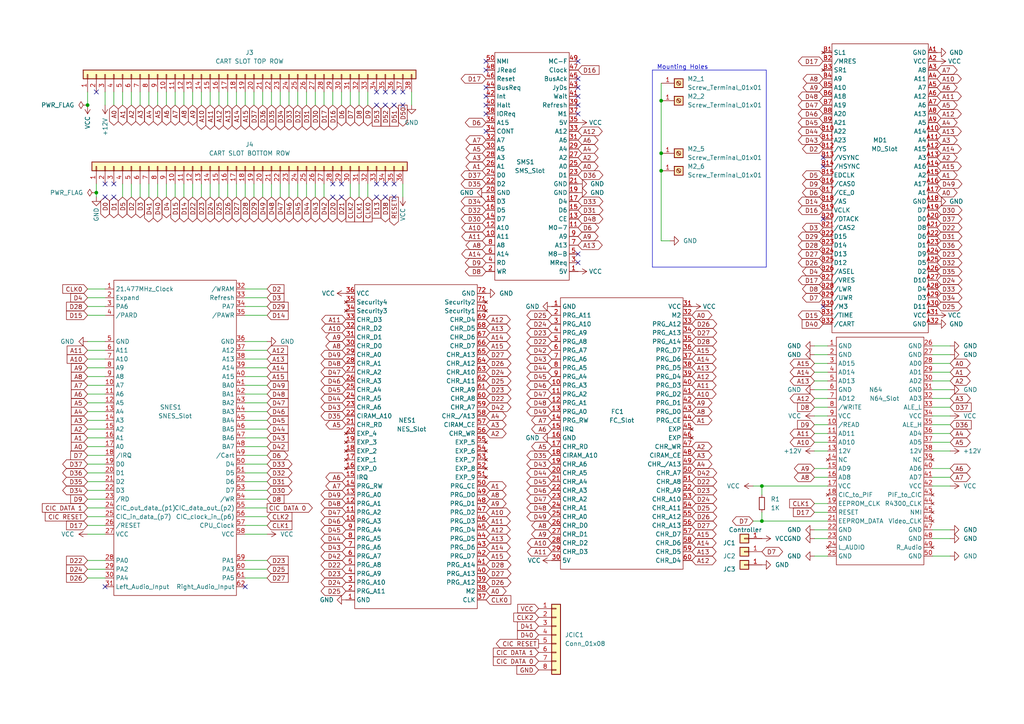
<source format=kicad_sch>
(kicad_sch (version 20231120) (generator "eeschema") (generator_version "8.0")
  (paper "A4")
  (title_block (title "SIX-SLOT ADAPTER") (date "2023-08-04") (rev "4"))
  (junction (at 191.77 49.53))
  (junction (at 27.94 55.88))
  (junction (at 191.77 29.21))
  (junction (at 220.98 151.13))
  (junction (at 191.77 44.45))
  (junction (at 220.98 140.97))
  (junction (at 25.4 30.48))
  (no_connect (at 167.64 27.94))
  (no_connect (at 167.64 22.86))
  (no_connect (at 109.22 57.15))
  (no_connect (at 99.06 57.15))
  (no_connect (at 96.52 57.15))
  (no_connect (at 111.76 57.15))
  (no_connect (at 114.3 57.15))
  (no_connect (at 167.64 17.78))
  (no_connect (at 140.97 38.1))
  (no_connect (at 140.97 33.02))
  (no_connect (at 140.97 25.4))
  (no_connect (at 167.64 25.4))
  (no_connect (at 96.52 53.34))
  (no_connect (at 99.06 53.34))
  (no_connect (at 109.22 53.34))
  (no_connect (at 111.76 53.34))
  (no_connect (at 111.76 30.48))
  (no_connect (at 114.3 30.48))
  (no_connect (at 116.84 30.48))
  (no_connect (at 114.3 53.34))
  (no_connect (at 109.22 26.67))
  (no_connect (at 111.76 26.67))
  (no_connect (at 114.3 26.67))
  (no_connect (at 116.84 26.67))
  (no_connect (at 109.22 30.48))
  (no_connect (at 140.97 30.48))
  (no_connect (at 140.97 27.94))
  (no_connect (at 167.64 73.66))
  (no_connect (at 33.02 53.34))
  (no_connect (at 30.48 53.34))
  (no_connect (at 27.94 26.67))
  (no_connect (at 33.02 57.15))
  (no_connect (at 30.48 57.15))
  (no_connect (at 140.97 20.32))
  (no_connect (at 238.76 63.5))
  (no_connect (at 167.64 33.02))
  (no_connect (at 140.97 17.78))
  (no_connect (at 238.76 88.9))
  (no_connect (at 238.76 45.72))
  (no_connect (at 71.12 170.18))
  (no_connect (at 167.64 30.48))
  (no_connect (at 30.48 170.18))
  (no_connect (at 238.76 48.26))
  (no_connect (at 167.64 76.2))
  (wire (pts (xy 40.64 53.34) (xy 40.64 57.15)))
  (wire (pts (xy 48.26 53.34) (xy 48.26 57.15)))
  (wire (pts (xy 236.22 115.57) (xy 240.03 115.57)))
  (wire (pts (xy 236.22 148.59) (xy 240.03 148.59)))
  (wire (pts (xy 101.6 26.67) (xy 101.6 30.48)))
  (wire (pts (xy 83.82 26.67) (xy 83.82 30.48)))
  (wire (pts (xy 25.4 165.1) (xy 30.48 165.1)))
  (wire (pts (xy 68.58 26.67) (xy 68.58 30.48)))
  (wire (pts (xy 25.4 149.86) (xy 30.48 149.86)))
  (wire (pts (xy 71.12 154.94) (xy 77.47 154.94)))
  (wire (pts (xy 270.51 156.21) (xy 275.59 156.21)))
  (wire (pts (xy 71.12 121.92) (xy 77.47 121.92)))
  (wire (pts (xy 236.22 113.03) (xy 240.03 113.03)))
  (wire (pts (xy 73.66 53.34) (xy 73.66 57.15)))
  (wire (pts (xy 43.18 53.34) (xy 43.18 57.15)))
  (wire (pts (xy 270.51 128.27) (xy 275.59 128.27)))
  (wire (pts (xy 71.12 106.68) (xy 77.47 106.68)))
  (wire (pts (xy 270.51 105.41) (xy 275.59 105.41)))
  (wire (pts (xy 236.22 120.65) (xy 240.03 120.65)))
  (wire (pts (xy 99.06 26.67) (xy 99.06 30.48)))
  (wire (pts (xy 71.12 124.46) (xy 77.47 124.46)))
  (wire (pts (xy 71.12 167.64) (xy 77.47 167.64)))
  (wire (pts (xy 25.4 147.32) (xy 30.48 147.32)))
  (wire (pts (xy 25.4 109.22) (xy 30.48 109.22)))
  (wire (pts (xy 33.02 26.67) (xy 33.02 30.48)))
  (wire (pts (xy 71.12 116.84) (xy 77.47 116.84)))
  (wire (pts (xy 66.04 26.67) (xy 66.04 30.48)))
  (wire (pts (xy 236.22 138.43) (xy 240.03 138.43)))
  (wire (pts (xy 63.5 26.67) (xy 63.5 30.48)))
  (wire (pts (xy 236.22 100.33) (xy 240.03 100.33)))
  (wire (pts (xy 45.72 53.34) (xy 45.72 57.15)))
  (wire (pts (xy 71.12 83.82) (xy 77.47 83.82)))
  (wire (pts (xy 71.12 53.34) (xy 71.12 57.15)))
  (wire (pts (xy 25.4 116.84) (xy 30.48 116.84)))
  (wire (pts (xy 106.68 53.34) (xy 106.68 57.15)))
  (wire (pts (xy 71.12 137.16) (xy 77.47 137.16)))
  (wire (pts (xy 25.4 88.9) (xy 30.48 88.9)))
  (wire (pts (xy 71.12 109.22) (xy 77.47 109.22)))
  (wire (pts (xy 101.6 53.34) (xy 101.6 57.15)))
  (wire (pts (xy 25.4 167.64) (xy 30.48 167.64)))
  (wire (pts (xy 63.5 53.34) (xy 63.5 57.15)))
  (polyline (pts (xy 189.23 20.32) (xy 189.23 77.47)))
  (wire (pts (xy 55.88 26.67) (xy 55.88 30.48)))
  (wire (pts (xy 236.22 130.81) (xy 240.03 130.81)))
  (wire (pts (xy 218.44 140.97) (xy 220.98 140.97)))
  (wire (pts (xy 71.12 88.9) (xy 77.47 88.9)))
  (wire (pts (xy 38.1 26.67) (xy 38.1 30.48)))
  (wire (pts (xy 236.22 135.89) (xy 240.03 135.89)))
  (wire (pts (xy 25.4 152.4) (xy 30.48 152.4)))
  (wire (pts (xy 25.4 91.44) (xy 30.48 91.44)))
  (wire (pts (xy 35.56 53.34) (xy 35.56 57.15)))
  (wire (pts (xy 191.77 69.85) (xy 194.31 69.85)))
  (wire (pts (xy 25.4 124.46) (xy 30.48 124.46)))
  (wire (pts (xy 96.52 26.67) (xy 96.52 30.48)))
  (wire (pts (xy 25.4 142.24) (xy 30.48 142.24)))
  (wire (pts (xy 71.12 127) (xy 77.47 127)))
  (wire (pts (xy 25.4 111.76) (xy 30.48 111.76)))
  (wire (pts (xy 35.56 26.67) (xy 35.56 30.48)))
  (polyline (pts (xy 222.25 77.47) (xy 189.23 77.47)))
  (wire (pts (xy 220.98 151.13) (xy 240.03 151.13)))
  (wire (pts (xy 30.48 26.67) (xy 30.48 30.48)))
  (wire (pts (xy 71.12 104.14) (xy 77.47 104.14)))
  (wire (pts (xy 73.66 26.67) (xy 73.66 30.48)))
  (wire (pts (xy 71.12 132.08) (xy 77.47 132.08)))
  (wire (pts (xy 88.9 53.34) (xy 88.9 57.15)))
  (wire (pts (xy 60.96 26.67) (xy 60.96 30.48)))
  (wire (pts (xy 25.4 99.06) (xy 30.48 99.06)))
  (wire (pts (xy 71.12 26.67) (xy 71.12 30.48)))
  (wire (pts (xy 81.28 53.34) (xy 81.28 57.15)))
  (wire (pts (xy 25.4 127) (xy 30.48 127)))
  (wire (pts (xy 43.18 26.67) (xy 43.18 30.48)))
  (wire (pts (xy 191.77 24.13) (xy 191.77 29.21)))
  (wire (pts (xy 91.44 26.67) (xy 91.44 30.48)))
  (wire (pts (xy 25.4 106.68) (xy 30.48 106.68)))
  (wire (pts (xy 25.4 26.67) (xy 25.4 30.48)))
  (wire (pts (xy 86.36 26.67) (xy 86.36 30.48)))
  (wire (pts (xy 270.51 140.97) (xy 275.59 140.97)))
  (wire (pts (xy 71.12 165.1) (xy 77.47 165.1)))
  (wire (pts (xy 191.77 29.21) (xy 191.77 44.45)))
  (wire (pts (xy 191.77 44.45) (xy 191.77 49.53)))
  (wire (pts (xy 25.4 129.54) (xy 30.48 129.54)))
  (wire (pts (xy 86.36 53.34) (xy 86.36 57.15)))
  (wire (pts (xy 68.58 53.34) (xy 68.58 57.15)))
  (wire (pts (xy 25.4 114.3) (xy 30.48 114.3)))
  (wire (pts (xy 55.88 53.34) (xy 55.88 57.15)))
  (wire (pts (xy 220.98 148.59) (xy 220.98 151.13)))
  (wire (pts (xy 25.4 162.56) (xy 30.48 162.56)))
  (wire (pts (xy 58.42 26.67) (xy 58.42 30.48)))
  (wire (pts (xy 78.74 26.67) (xy 78.74 30.48)))
  (wire (pts (xy 104.14 26.67) (xy 104.14 30.48)))
  (wire (pts (xy 71.12 91.44) (xy 77.47 91.44)))
  (wire (pts (xy 270.51 138.43) (xy 275.59 138.43)))
  (wire (pts (xy 220.98 140.97) (xy 240.03 140.97)))
  (wire (pts (xy 71.12 139.7) (xy 77.47 139.7)))
  (wire (pts (xy 270.51 118.11) (xy 275.59 118.11)))
  (wire (pts (xy 270.51 120.65) (xy 275.59 120.65)))
  (wire (pts (xy 71.12 142.24) (xy 77.47 142.24)))
  (wire (pts (xy 38.1 53.34) (xy 38.1 57.15)))
  (wire (pts (xy 71.12 134.62) (xy 77.47 134.62)))
  (wire (pts (xy 220.98 140.97) (xy 220.98 143.51)))
  (wire (pts (xy 25.4 137.16) (xy 30.48 137.16)))
  (wire (pts (xy 71.12 162.56) (xy 77.47 162.56)))
  (wire (pts (xy 236.22 156.21) (xy 240.03 156.21)))
  (wire (pts (xy 25.4 154.94) (xy 30.48 154.94)))
  (wire (pts (xy 270.51 107.95) (xy 275.59 107.95)))
  (wire (pts (xy 58.42 53.34) (xy 58.42 57.15)))
  (wire (pts (xy 45.72 26.67) (xy 45.72 30.48)))
  (wire (pts (xy 25.4 83.82) (xy 30.48 83.82)))
  (wire (pts (xy 236.22 102.87) (xy 240.03 102.87)))
  (wire (pts (xy 236.22 110.49) (xy 240.03 110.49)))
  (wire (pts (xy 25.4 104.14) (xy 30.48 104.14)))
  (wire (pts (xy 270.51 102.87) (xy 275.59 102.87)))
  (wire (pts (xy 270.51 123.19) (xy 275.59 123.19)))
  (wire (pts (xy 270.51 135.89) (xy 275.59 135.89)))
  (wire (pts (xy 25.4 101.6) (xy 30.48 101.6)))
  (wire (pts (xy 71.12 99.06) (xy 77.47 99.06)))
  (wire (pts (xy 40.64 26.67) (xy 40.64 30.48)))
  (wire (pts (xy 270.51 113.03) (xy 275.59 113.03)))
  (wire (pts (xy 104.14 53.34) (xy 104.14 57.15)))
  (wire (pts (xy 270.51 110.49) (xy 275.59 110.49)))
  (wire (pts (xy 93.98 26.67) (xy 93.98 30.48)))
  (wire (pts (xy 236.22 153.67) (xy 240.03 153.67)))
  (wire (pts (xy 50.8 26.67) (xy 50.8 30.48)))
  (wire (pts (xy 270.51 115.57) (xy 275.59 115.57)))
  (wire (pts (xy 83.82 53.34) (xy 83.82 57.15)))
  (wire (pts (xy 236.22 161.29) (xy 240.03 161.29)))
  (wire (pts (xy 71.12 111.76) (xy 77.47 111.76)))
  (wire (pts (xy 53.34 53.34) (xy 53.34 57.15)))
  (wire (pts (xy 236.22 123.19) (xy 240.03 123.19)))
  (wire (pts (xy 71.12 129.54) (xy 77.47 129.54)))
  (wire (pts (xy 236.22 105.41) (xy 240.03 105.41)))
  (wire (pts (xy 71.12 149.86) (xy 77.47 149.86)))
  (wire (pts (xy 119.38 26.67) (xy 119.38 30.48)))
  (wire (pts (xy 66.04 53.34) (xy 66.04 57.15)))
  (wire (pts (xy 106.68 26.67) (xy 106.68 30.48)))
  (wire (pts (xy 53.34 26.67) (xy 53.34 30.48)))
  (wire (pts (xy 48.26 26.67) (xy 48.26 30.48)))
  (wire (pts (xy 76.2 53.34) (xy 76.2 57.15)))
  (wire (pts (xy 76.2 26.67) (xy 76.2 30.48)))
  (wire (pts (xy 270.51 100.33) (xy 275.59 100.33)))
  (wire (pts (xy 71.12 147.32) (xy 77.47 147.32)))
  (wire (pts (xy 191.77 49.53) (xy 191.77 69.85)))
  (wire (pts (xy 25.4 86.36) (xy 30.48 86.36)))
  (wire (pts (xy 78.74 53.34) (xy 78.74 57.15)))
  (wire (pts (xy 236.22 146.05) (xy 240.03 146.05)))
  (wire (pts (xy 60.96 53.34) (xy 60.96 57.15)))
  (wire (pts (xy 116.84 53.34) (xy 116.84 57.15)))
  (wire (pts (xy 236.22 107.95) (xy 240.03 107.95)))
  (wire (pts (xy 71.12 86.36) (xy 77.47 86.36)))
  (wire (pts (xy 71.12 119.38) (xy 77.47 119.38)))
  (wire (pts (xy 25.4 119.38) (xy 30.48 119.38)))
  (wire (pts (xy 81.28 26.67) (xy 81.28 30.48)))
  (wire (pts (xy 71.12 152.4) (xy 77.47 152.4)))
  (wire (pts (xy 25.4 139.7) (xy 30.48 139.7)))
  (wire (pts (xy 88.9 26.67) (xy 88.9 30.48)))
  (wire (pts (xy 27.94 53.34) (xy 27.94 55.88)))
  (polyline (pts (xy 222.25 20.32) (xy 222.25 77.47)))
  (wire (pts (xy 270.51 153.67) (xy 275.59 153.67)))
  (wire (pts (xy 91.44 53.34) (xy 91.44 57.15)))
  (wire (pts (xy 71.12 101.6) (xy 77.47 101.6)))
  (wire (pts (xy 236.22 125.73) (xy 240.03 125.73)))
  (wire (pts (xy 218.44 151.13) (xy 220.98 151.13)))
  (wire (pts (xy 27.94 55.88) (xy 27.94 57.15)))
  (polyline (pts (xy 189.23 20.32) (xy 222.25 20.32)))
  (wire (pts (xy 270.51 161.29) (xy 275.59 161.29)))
  (wire (pts (xy 93.98 53.34) (xy 93.98 57.15)))
  (wire (pts (xy 236.22 128.27) (xy 240.03 128.27)))
  (wire (pts (xy 236.22 118.11) (xy 240.03 118.11)))
  (wire (pts (xy 25.4 132.08) (xy 30.48 132.08)))
  (wire (pts (xy 270.51 130.81) (xy 275.59 130.81)))
  (wire (pts (xy 50.8 53.34) (xy 50.8 57.15)))
  (wire (pts (xy 71.12 114.3) (xy 77.47 114.3)))
  (wire (pts (xy 25.4 121.92) (xy 30.48 121.92)))
  (wire (pts (xy 270.51 125.73) (xy 275.59 125.73)))
  (wire (pts (xy 25.4 134.62) (xy 30.48 134.62)))
  (wire (pts (xy 25.4 144.78) (xy 30.48 144.78)))
  (wire (pts (xy 71.12 144.78) (xy 77.47 144.78)))
  (text "Mounting Holes" (at 190.5 20.32 0) (effects (font (size 1.27 1.27)) (justify left bottom)))
  (global_label "D8" (shape input) (at 236.22 118.11 180) (property "Intersheetrefs" "${INTERSHEET_REFS}" (effects (hide yes))))
  (global_label "D45" (shape bidirectional) (at 160.02 139.7 180) (property "Intersheetrefs" "${INTERSHEET_REFS}" (effects (hide yes))))
  (global_label "A6" (shape bidirectional) (at 275.59 135.89 0) (property "Intersheetrefs" "${INTERSHEET_REFS}" (effects (hide yes))))
  (global_label "D49" (shape bidirectional) (at 271.78 53.34 0) (property "Intersheetrefs" "${INTERSHEET_REFS}" (effects (hide yes))))
  (global_label "A10" (shape bidirectional) (at 236.22 128.27 180) (property "Intersheetrefs" "${INTERSHEET_REFS}" (effects (hide yes))))
  (global_label "A11" (shape input) (at 25.4 101.6 180) (property "Intersheetrefs" "${INTERSHEET_REFS}" (effects (hide yes))))
  (global_label "A6" (shape bidirectional) (at 48.26 30.48 270) (property "Intersheetrefs" "${INTERSHEET_REFS}" (effects (hide yes))))
  (global_label "D37" (shape bidirectional) (at 140.97 50.8 180) (property "Intersheetrefs" "${INTERSHEET_REFS}" (effects (hide yes))))
  (global_label "D47" (shape bidirectional) (at 160.02 114.3 180) (property "Intersheetrefs" "${INTERSHEET_REFS}" (effects (hide yes))))
  (global_label "A9" (shape input) (at 25.4 106.68 180) (property "Intersheetrefs" "${INTERSHEET_REFS}" (effects (hide yes))))
  (global_label "D47" (shape bidirectional) (at 160.02 144.78 180) (property "Intersheetrefs" "${INTERSHEET_REFS}" (effects (hide yes))))
  (global_label "D29" (shape bidirectional) (at 238.76 68.58 180) (property "Intersheetrefs" "${INTERSHEET_REFS}" (effects (hide yes))))
  (global_label "D44" (shape bidirectional) (at 160.02 137.16 180) (property "Intersheetrefs" "${INTERSHEET_REFS}" (effects (hide yes))))
  (global_label "D51" (shape input) (at 114.3 30.48 270) (property "Intersheetrefs" "${INTERSHEET_REFS}" (effects (hide yes))))
  (global_label "D29" (shape bidirectional) (at 73.66 57.15 270) (property "Intersheetrefs" "${INTERSHEET_REFS}" (effects (hide yes))))
  (global_label "D22" (shape bidirectional) (at 200.66 139.7 0) (property "Intersheetrefs" "${INTERSHEET_REFS}" (effects (hide yes))))
  (global_label "D33" (shape bidirectional) (at 271.78 83.82 0) (property "Intersheetrefs" "${INTERSHEET_REFS}" (effects (hide yes))))
  (global_label "A3" (shape bidirectional) (at 271.78 40.64 0) (property "Intersheetrefs" "${INTERSHEET_REFS}" (effects (hide yes))))
  (global_label "A15" (shape bidirectional) (at 140.97 161.29 0) (property "Intersheetrefs" "${INTERSHEET_REFS}" (effects (hide yes))))
  (global_label "A9" (shape bidirectional) (at 55.88 30.48 270) (property "Intersheetrefs" "${INTERSHEET_REFS}" (effects (hide yes))))
  (global_label "A11" (shape bidirectional) (at 200.66 111.76 0) (property "Intersheetrefs" "${INTERSHEET_REFS}" (effects (hide yes))))
  (global_label "D31" (shape bidirectional) (at 88.9 30.48 270) (property "Intersheetrefs" "${INTERSHEET_REFS}" (effects (hide yes))))
  (global_label "D9" (shape bidirectional) (at 140.97 76.2 180) (property "Intersheetrefs" "${INTERSHEET_REFS}" (effects (hide yes))))
  (global_label "D24" (shape bidirectional) (at 60.96 57.15 270) (property "Intersheetrefs" "${INTERSHEET_REFS}" (effects (hide yes))))
  (global_label "D47" (shape bidirectional) (at 100.33 148.59 180) (property "Intersheetrefs" "${INTERSHEET_REFS}" (effects (hide yes))))
  (global_label "A9" (shape bidirectional) (at 100.33 97.79 180) (property "Intersheetrefs" "${INTERSHEET_REFS}" (effects (hide yes))))
  (global_label "D27" (shape bidirectional) (at 200.66 152.4 0) (property "Intersheetrefs" "${INTERSHEET_REFS}" (effects (hide yes))))
  (global_label "D46" (shape bidirectional) (at 100.33 151.13 180) (property "Intersheetrefs" "${INTERSHEET_REFS}" (effects (hide yes))))
  (global_label "D33" (shape bidirectional) (at 167.64 58.42 0) (property "Intersheetrefs" "${INTERSHEET_REFS}" (effects (hide yes))))
  (global_label "D42" (shape bidirectional) (at 100.33 161.29 180) (property "Intersheetrefs" "${INTERSHEET_REFS}" (effects (hide yes))))
  (global_label "A12" (shape bidirectional) (at 271.78 33.02 0) (property "Intersheetrefs" "${INTERSHEET_REFS}" (effects (hide yes))))
  (global_label "A1" (shape bidirectional) (at 271.78 50.8 0) (property "Intersheetrefs" "${INTERSHEET_REFS}" (effects (hide yes))))
  (global_label "CIC RESET" (shape input) (at 25.4 149.86 180) (property "Intersheetrefs" "${INTERSHEET_REFS}" (effects (hide yes))))
  (global_label "D50" (shape output) (at 116.84 30.48 270) (property "Intersheetrefs" "${INTERSHEET_REFS}" (effects (hide yes))))
  (global_label "D17" (shape bidirectional) (at 93.98 30.48 270) (property "Intersheetrefs" "${INTERSHEET_REFS}" (effects (hide yes))))
  (global_label "D34" (shape bidirectional) (at 81.28 30.48 270) (property "Intersheetrefs" "${INTERSHEET_REFS}" (effects (hide yes))))
  (global_label "A11" (shape bidirectional) (at 60.96 30.48 270) (property "Intersheetrefs" "${INTERSHEET_REFS}" (effects (hide yes))))
  (global_label "A9" (shape bidirectional) (at 200.66 116.84 0) (property "Intersheetrefs" "${INTERSHEET_REFS}" (effects (hide yes))))
  (global_label "A14" (shape bidirectional) (at 236.22 107.95 180) (property "Intersheetrefs" "${INTERSHEET_REFS}" (effects (hide yes))))
  (global_label "A8" (shape bidirectional) (at 140.97 71.12 180) (property "Intersheetrefs" "${INTERSHEET_REFS}" (effects (hide yes))))
  (global_label "D46" (shape bidirectional) (at 83.82 57.15 270) (property "Intersheetrefs" "${INTERSHEET_REFS}" (effects (hide yes))))
  (global_label "A14" (shape bidirectional) (at 200.66 104.14 0) (property "Intersheetrefs" "${INTERSHEET_REFS}" (effects (hide yes))))
  (global_label "D25" (shape bidirectional) (at 63.5 57.15 270) (property "Intersheetrefs" "${INTERSHEET_REFS}" (effects (hide yes))))
  (global_label "A10" (shape bidirectional) (at 160.02 157.48 180) (property "Intersheetrefs" "${INTERSHEET_REFS}" (effects (hide yes))))
  (global_label "D34" (shape bidirectional) (at 140.97 58.42 180) (property "Intersheetrefs" "${INTERSHEET_REFS}" (effects (hide yes))))
  (global_label "D27" (shape input) (at 77.47 167.64 0) (property "Intersheetrefs" "${INTERSHEET_REFS}" (effects (hide yes))))
  (global_label "D24" (shape bidirectional) (at 200.66 144.78 0) (property "Intersheetrefs" "${INTERSHEET_REFS}" (effects (hide yes))))
  (global_label "CLK1" (shape input) (at 104.14 57.15 270) (property "Intersheetrefs" "${INTERSHEET_REFS}" (effects (hide yes))))
  (global_label "A5" (shape bidirectional) (at 45.72 30.48 270) (property "Intersheetrefs" "${INTERSHEET_REFS}" (effects (hide yes))))
  (global_label "A9" (shape bidirectional) (at 140.97 146.05 0) (property "Intersheetrefs" "${INTERSHEET_REFS}" (effects (hide yes))))
  (global_label "D48" (shape bidirectional) (at 167.64 63.5 0) (property "Intersheetrefs" "${INTERSHEET_REFS}" (effects (hide yes))))
  (global_label "D35" (shape bidirectional) (at 140.97 53.34 180) (property "Intersheetrefs" "${INTERSHEET_REFS}" (effects (hide yes))))
  (global_label "D23" (shape bidirectional) (at 200.66 142.24 0) (property "Intersheetrefs" "${INTERSHEET_REFS}" (effects (hide yes))))
  (global_label "A4" (shape bidirectional) (at 140.97 120.65 0) (property "Intersheetrefs" "${INTERSHEET_REFS}" (effects (hide yes))))
  (global_label "D48" (shape bidirectional) (at 160.02 147.32 180) (property "Intersheetrefs" "${INTERSHEET_REFS}" (effects (hide yes))))
  (global_label "D49" (shape bidirectional) (at 76.2 57.15 270) (property "Intersheetrefs" "${INTERSHEET_REFS}" (effects (hide yes))))
  (global_label "D26" (shape input) (at 25.4 167.64 180) (property "Intersheetrefs" "${INTERSHEET_REFS}" (effects (hide yes))))
  (global_label "A8" (shape input) (at 25.4 109.22 180) (property "Intersheetrefs" "${INTERSHEET_REFS}" (effects (hide yes))))
  (global_label "D7" (shape bidirectional) (at 101.6 30.48 270) (property "Intersheetrefs" "${INTERSHEET_REFS}" (effects (hide yes))))
  (global_label "D17" (shape input) (at 25.4 152.4 180) (property "Intersheetrefs" "${INTERSHEET_REFS}" (effects (hide yes))))
  (global_label "A15" (shape bidirectional) (at 271.78 48.26 0) (property "Intersheetrefs" "${INTERSHEET_REFS}" (effects (hide yes))))
  (global_label "D29" (shape input) (at 77.47 88.9 0) (property "Intersheetrefs" "${INTERSHEET_REFS}" (effects (hide yes))))
  (global_label "CIC RESET" (shape output) (at 156.21 186.69 180) (property "Intersheetrefs" "${INTERSHEET_REFS}" (effects (hide yes))))
  (global_label "A2" (shape input) (at 25.4 124.46 180) (property "Intersheetrefs" "${INTERSHEET_REFS}" (effects (hide yes))))
  (global_label "D6" (shape bidirectional) (at 77.47 132.08 0) (property "Intersheetrefs" "${INTERSHEET_REFS}" (effects (hide yes))))
  (global_label "CIC DATA 0" (shape input) (at 156.21 191.77 180) (property "Intersheetrefs" "${INTERSHEET_REFS}" (effects (hide yes))))
  (global_label "A8" (shape bidirectional) (at 238.76 22.86 180) (property "Intersheetrefs" "${INTERSHEET_REFS}" (effects (hide yes))))
  (global_label "A3" (shape input) (at 25.4 121.92 180) (property "Intersheetrefs" "${INTERSHEET_REFS}" (effects (hide yes))))
  (global_label "CIC DATA 1" (shape input) (at 156.21 189.23 180) (property "Intersheetrefs" "${INTERSHEET_REFS}" (effects (hide yes))))
  (global_label "A6" (shape bidirectional) (at 167.64 40.64 0) (property "Intersheetrefs" "${INTERSHEET_REFS}" (effects (hide yes))))
  (global_label "D7" (shape bidirectional) (at 218.44 151.13 180) (property "Intersheetrefs" "${INTERSHEET_REFS}" (effects (hide yes))))
  (global_label "A6" (shape bidirectional) (at 160.02 124.46 180) (property "Intersheetrefs" "${INTERSHEET_REFS}" (effects (hide yes))))
  (global_label "D30" (shape bidirectional) (at 271.78 60.96 0) (property "Intersheetrefs" "${INTERSHEET_REFS}" (effects (hide yes))))
  (global_label "D2" (shape input) (at 77.47 83.82 0) (property "Intersheetrefs" "${INTERSHEET_REFS}" (effects (hide yes))))
  (global_label "A0" (shape bidirectional) (at 200.66 91.44 0) (property "Intersheetrefs" "${INTERSHEET_REFS}" (effects (hide yes))))
  (global_label "VCC" (shape input) (at 156.21 176.53 180) (property "Intersheetrefs" "${INTERSHEET_REFS}" (effects (hide yes))))
  (global_label "D49" (shape bidirectional) (at 160.02 119.38 180) (property "Intersheetrefs" "${INTERSHEET_REFS}" (effects (hide yes))))
  (global_label "D23" (shape bidirectional) (at 100.33 166.37 180) (property "Intersheetrefs" "${INTERSHEET_REFS}" (effects (hide yes))))
  (global_label "D16" (shape bidirectional) (at 96.52 30.48 270) (property "Intersheetrefs" "${INTERSHEET_REFS}" (effects (hide yes))))
  (global_label "D33" (shape bidirectional) (at 83.82 30.48 270) (property "Intersheetrefs" "${INTERSHEET_REFS}" (effects (hide yes))))
  (global_label "A12" (shape bidirectional) (at 63.5 30.48 270) (property "Intersheetrefs" "${INTERSHEET_REFS}" (effects (hide yes))))
  (global_label "CIC DATA 1" (shape input) (at 25.4 147.32 180) (property "Intersheetrefs" "${INTERSHEET_REFS}" (effects (hide yes))))
  (global_label "D36" (shape input) (at 275.59 123.19 0) (property "Intersheetrefs" "${INTERSHEET_REFS}" (effects (hide yes))))
  (global_label "D43" (shape bidirectional) (at 238.76 40.64 180) (property "Intersheetrefs" "${INTERSHEET_REFS}" (effects (hide yes))))
  (global_label "A13" (shape input) (at 77.47 104.14 0) (property "Intersheetrefs" "${INTERSHEET_REFS}" (effects (hide yes))))
  (global_label "CLK0" (shape input) (at 106.68 57.15 270) (property "Intersheetrefs" "${INTERSHEET_REFS}" (effects (hide yes))))
  (global_label "D9" (shape bidirectional) (at 106.68 30.48 270) (property "Intersheetrefs" "${INTERSHEET_REFS}" (effects (hide yes))))
  (global_label "A10" (shape bidirectional) (at 100.33 95.25 180) (property "Intersheetrefs" "${INTERSHEET_REFS}" (effects (hide yes))))
  (global_label "D22" (shape bidirectional) (at 160.02 99.06 180) (property "Intersheetrefs" "${INTERSHEET_REFS}" (effects (hide yes))))
  (global_label "CLK1" (shape input) (at 77.47 152.4 0) (property "Intersheetrefs" "${INTERSHEET_REFS}" (effects (hide yes))))
  (global_label "A2" (shape bidirectional) (at 275.59 110.49 0) (property "Intersheetrefs" "${INTERSHEET_REFS}" (effects (hide yes))))
  (global_label "D53" (shape input) (at 109.22 30.48 270) (property "Intersheetrefs" "${INTERSHEET_REFS}" (effects (hide yes))))
  (global_label "D38" (shape bidirectional) (at 111.76 57.15 270) (property "Intersheetrefs" "${INTERSHEET_REFS}" (effects (hide yes))))
  (global_label "D31" (shape bidirectional) (at 77.47 139.7 0) (property "Intersheetrefs" "${INTERSHEET_REFS}" (effects (hide yes))))
  (global_label "D34" (shape bidirectional) (at 271.78 86.36 0) (property "Intersheetrefs" "${INTERSHEET_REFS}" (effects (hide yes))))
  (global_label "A7" (shape bidirectional) (at 50.8 30.48 270) (property "Intersheetrefs" "${INTERSHEET_REFS}" (effects (hide yes))))
  (global_label "A5" (shape bidirectional) (at 271.78 30.48 0) (property "Intersheetrefs" "${INTERSHEET_REFS}" (effects (hide yes))))
  (global_label "D52" (shape input) (at 111.76 30.48 270) (property "Intersheetrefs" "${INTERSHEET_REFS}" (effects (hide yes))))
  (global_label "D30" (shape bidirectional) (at 91.44 30.48 270) (property "Intersheetrefs" "${INTERSHEET_REFS}" (effects (hide yes))))
  (global_label "D49" (shape bidirectional) (at 160.02 149.86 180) (property "Intersheetrefs" "${INTERSHEET_REFS}" (effects (hide yes))))
  (global_label "CLK0" (shape input) (at 140.97 173.99 0) (property "Intersheetrefs" "${INTERSHEET_REFS}" (effects (hide yes))))
  (global_label "D16" (shape input) (at 167.64 20.32 0) (property "Intersheetrefs" "${INTERSHEET_REFS}" (effects (hide yes))))
  (global_label "D40" (shape bidirectional) (at 45.72 57.15 270) (property "Intersheetrefs" "${INTERSHEET_REFS}" (effects (hide yes))))
  (global_label "D15" (shape bidirectional) (at 50.8 57.15 270) (property "Intersheetrefs" "${INTERSHEET_REFS}" (effects (hide yes))))
  (global_label "D28" (shape bidirectional) (at 71.12 57.15 270) (property "Intersheetrefs" "${INTERSHEET_REFS}" (effects (hide yes))))
  (global_label "D26" (shape bidirectional) (at 140.97 105.41 0) (property "Intersheetrefs" "${INTERSHEET_REFS}" (effects (hide yes))))
  (global_label "A7" (shape bidirectional) (at 100.33 140.97 180) (property "Intersheetrefs" "${INTERSHEET_REFS}" (effects (hide yes))))
  (global_label "D42" (shape bidirectional) (at 160.02 101.6 180) (property "Intersheetrefs" "${INTERSHEET_REFS}" (effects (hide yes))))
  (global_label "D48" (shape bidirectional) (at 100.33 105.41 180) (property "Intersheetrefs" "${INTERSHEET_REFS}" (effects (hide yes))))
  (global_label "D31" (shape bidirectional) (at 167.64 60.96 0) (property "Intersheetrefs" "${INTERSHEET_REFS}" (effects (hide yes))))
  (global_label "A14" (shape bidirectional) (at 200.66 157.48 0) (property "Intersheetrefs" "${INTERSHEET_REFS}" (effects (hide yes))))
  (global_label "D44" (shape bidirectional) (at 160.02 106.68 180) (property "Intersheetrefs" "${INTERSHEET_REFS}" (effects (hide yes))))
  (global_label "A14" (shape bidirectional) (at 140.97 97.79 0) (property "Intersheetrefs" "${INTERSHEET_REFS}" (effects (hide yes))))
  (global_label "D24" (shape bidirectional) (at 140.97 107.95 0) (property "Intersheetrefs" "${INTERSHEET_REFS}" (effects (hide yes))))
  (global_label "A13" (shape bidirectional) (at 140.97 156.21 0) (property "Intersheetrefs" "${INTERSHEET_REFS}" (effects (hide yes))))
  (global_label "D43" (shape bidirectional) (at 100.33 118.11 180) (property "Intersheetrefs" "${INTERSHEET_REFS}" (effects (hide yes))))
  (global_label "A5" (shape bidirectional) (at 160.02 129.54 180) (property "Intersheetrefs" "${INTERSHEET_REFS}" (effects (hide yes))))
  (global_label "CLK1" (shape input) (at 236.22 146.05 180) (property "Intersheetrefs" "${INTERSHEET_REFS}" (effects (hide yes))))
  (global_label "CLK2" (shape input) (at 156.21 179.07 180) (property "Intersheetrefs" "${INTERSHEET_REFS}" (effects (hide yes))))
  (global_label "A11" (shape bidirectional) (at 236.22 125.73 180) (property "Intersheetrefs" "${INTERSHEET_REFS}" (effects (hide yes))))
  (global_label "A1" (shape bidirectional) (at 35.56 30.48 270) (property "Intersheetrefs" "${INTERSHEET_REFS}" (effects (hide yes))))
  (global_label "A12" (shape bidirectional) (at 140.97 92.71 0) (property "Intersheetrefs" "${INTERSHEET_REFS}" (effects (hide yes))))
  (global_label "D47" (shape bidirectional) (at 81.28 57.15 270) (property "Intersheetrefs" "${INTERSHEET_REFS}" (effects (hide yes))))
  (global_label "A13" (shape bidirectional) (at 200.66 106.68 0) (property "Intersheetrefs" "${INTERSHEET_REFS}" (effects (hide yes))))
  (global_label "A13" (shape bidirectional) (at 66.04 30.48 270) (property "Intersheetrefs" "${INTERSHEET_REFS}" (effects (hide yes))))
  (global_label "GND" (shape input) (at 156.21 194.31 180) (property "Intersheetrefs" "${INTERSHEET_REFS}" (effects (hide yes))))
  (global_label "D27" (shape bidirectional) (at 140.97 166.37 0) (property "Intersheetrefs" "${INTERSHEET_REFS}" (effects (hide yes))))
  (global_label "A3" (shape bidirectional) (at 40.64 30.48 270) (property "Intersheetrefs" "${INTERSHEET_REFS}" (effects (hide yes))))
  (global_label "A10" (shape bidirectional) (at 200.66 114.3 0) (property "Intersheetrefs" "${INTERSHEET_REFS}" (effects (hide yes))))
  (global_label "D40" (shape input) (at 238.76 93.98 180) (property "Intersheetrefs" "${INTERSHEET_REFS}" (effects (hide yes))))
  (global_label "D36" (shape bidirectional) (at 167.64 50.8 0) (property "Intersheetrefs" "${INTERSHEET_REFS}" (effects (hide yes))))
  (global_label "D35" (shape bidirectional) (at 271.78 78.74 0) (property "Intersheetrefs" "${INTERSHEET_REFS}" (effects (hide yes))))
  (global_label "D47" (shape bidirectional) (at 238.76 30.48 180) (property "Intersheetrefs" "${INTERSHEET_REFS}" (effects (hide yes))))
  (global_label "D46" (shape bidirectional) (at 160.02 142.24 180) (property "Intersheetrefs" "${INTERSHEET_REFS}" (effects (hide yes))))
  (global_label "D32" (shape bidirectional) (at 271.78 76.2 0) (property "Intersheetrefs" "${INTERSHEET_REFS}" (effects (hide yes))))
  (global_label "D8" (shape bidirectional) (at 238.76 83.82 180) (property "Intersheetrefs" "${INTERSHEET_REFS}" (effects (hide yes))))
  (global_label "A5" (shape input) (at 25.4 116.84 180) (property "Intersheetrefs" "${INTERSHEET_REFS}" (effects (hide yes))))
  (global_label "D28" (shape bidirectional) (at 238.76 71.12 180) (property "Intersheetrefs" "${INTERSHEET_REFS}" (effects (hide yes))))
  (global_label "A0" (shape input) (at 25.4 129.54 180) (property "Intersheetrefs" "${INTERSHEET_REFS}" (effects (hide yes))))
  (global_label "D15" (shape input) (at 25.4 91.44 180) (property "Intersheetrefs" "${INTERSHEET_REFS}" (effects (hide yes))))
  (global_label "A11" (shape bidirectional) (at 271.78 27.94 0) (property "Intersheetrefs" "${INTERSHEET_REFS}" (effects (hide yes))))
  (global_label "D31" (shape bidirectional) (at 271.78 68.58 0) (property "Intersheetrefs" "${INTERSHEET_REFS}" (effects (hide yes))))
  (global_label "D43" (shape bidirectional) (at 160.02 104.14 180) (property "Intersheetrefs" "${INTERSHEET_REFS}" (effects (hide yes))))
  (global_label "D43" (shape bidirectional) (at 91.44 57.15 270) (property "Intersheetrefs" "${INTERSHEET_REFS}" (effects (hide yes))))
  (global_label "A11" (shape bidirectional) (at 160.02 160.02 180) (property "Intersheetrefs" "${INTERSHEET_REFS}" (effects (hide yes))))
  (global_label "D22" (shape bidirectional) (at 271.78 66.04 0) (property "Intersheetrefs" "${INTERSHEET_REFS}" (effects (hide yes))))
  (global_label "D27" (shape bidirectional) (at 238.76 73.66 180) (property "Intersheetrefs" "${INTERSHEET_REFS}" (effects (hide yes))))
  (global_label "D8" (shape bidirectional) (at 104.14 30.48 270) (property "Intersheetrefs" "${INTERSHEET_REFS}" (effects (hide yes))))
  (global_label "A4" (shape bidirectional) (at 271.78 35.56 0) (property "Intersheetrefs" "${INTERSHEET_REFS}" (effects (hide yes))))
  (global_label "D36" (shape bidirectional) (at 76.2 30.48 270) (property "Intersheetrefs" "${INTERSHEET_REFS}" (effects (hide yes))))
  (global_label "D27" (shape bidirectional) (at 200.66 96.52 0) (property "Intersheetrefs" "${INTERSHEET_REFS}" (effects (hide yes))))
  (global_label "A13" (shape bidirectional) (at 140.97 95.25 0) (property "Intersheetrefs" "${INTERSHEET_REFS}" (effects (hide yes))))
  (global_label "D25" (shape bidirectional) (at 140.97 110.49 0) (property "Intersheetrefs" "${INTERSHEET_REFS}" (effects (hide yes))))
  (global_label "D28" (shape input) (at 25.4 88.9 180) (property "Intersheetrefs" "${INTERSHEET_REFS}" (effects (hide yes))))
  (global_label "D4" (shape input) (at 25.4 86.36 180) (property "Intersheetrefs" "${INTERSHEET_REFS}" (effects (hide yes))))
  (global_label "D27" (shape bidirectional) (at 140.97 102.87 0) (property "Intersheetrefs" "${INTERSHEET_REFS}" (effects (hide yes))))
  (global_label "A7" (shape input) (at 25.4 111.76 180) (property "Intersheetrefs" "${INTERSHEET_REFS}" (effects (hide yes))))
  (global_label "A15" (shape input) (at 77.47 109.22 0) (property "Intersheetrefs" "${INTERSHEET_REFS}" (effects (hide yes))))
  (global_label "D17" (shape bidirectional) (at 238.76 17.78 180) (property "Intersheetrefs" "${INTERSHEET_REFS}" (effects (hide yes))))
  (global_label "D16" (shape bidirectional) (at 238.76 60.96 180) (property "Intersheetrefs" "${INTERSHEET_REFS}" (effects (hide yes))))
  (global_label "D23" (shape bidirectional) (at 58.42 57.15 270) (property "Intersheetrefs" "${INTERSHEET_REFS}" (effects (hide yes))))
  (global_label "A15" (shape bidirectional) (at 140.97 100.33 0) (property "Intersheetrefs" "${INTERSHEET_REFS}" (effects (hide yes))))
  (global_label "A10" (shape bidirectional) (at 271.78 22.86 0) (property "Intersheetrefs" "${INTERSHEET_REFS}" (effects (hide yes))))
  (global_label "D46" (shape bidirectional) (at 160.02 111.76 180) (property "Intersheetrefs" "${INTERSHEET_REFS}" (effects (hide yes))))
  (global_label "D44" (shape bidirectional) (at 100.33 156.21 180) (property "Intersheetrefs" "${INTERSHEET_REFS}" (effects (hide yes))))
  (global_label "D24" (shape bidirectional) (at 271.78 81.28 0) (property "Intersheetrefs" "${INTERSHEET_REFS}" (effects (hide yes))))
  (global_label "D23" (shape bidirectional) (at 160.02 96.52 180) (property "Intersheetrefs" "${INTERSHEET_REFS}" (effects (hide yes))))
  (global_label "A12" (shape bidirectional) (at 236.22 115.57 180) (property "Intersheetrefs" "${INTERSHEET_REFS}" (effects (hide yes))))
  (global_label "A2" (shape bidirectional) (at 140.97 125.73 0) (property "Intersheetrefs" "${INTERSHEET_REFS}" (effects (hide yes))))
  (global_label "D1" (shape bidirectional) (at 33.02 57.15 270) (property "Intersheetrefs" "${INTERSHEET_REFS}" (effects (hide yes))))
  (global_label "D41" (shape input) (at 156.21 181.61 180) (property "Intersheetrefs" "${INTERSHEET_REFS}" (effects (hide yes))))
  (global_label "D48" (shape bidirectional) (at 100.33 146.05 180) (property "Intersheetrefs" "${INTERSHEET_REFS}" (effects (hide yes))))
  (global_label "A12" (shape bidirectional) (at 200.66 162.56 0) (property "Intersheetrefs" "${INTERSHEET_REFS}" (effects (hide yes))))
  (global_label "D35" (shape bidirectional) (at 160.02 132.08 180) (property "Intersheetrefs" "${INTERSHEET_REFS}" (effects (hide yes))))
  (global_label "A6" (shape bidirectional) (at 271.78 25.4 0) (property "Intersheetrefs" "${INTERSHEET_REFS}" (effects (hide yes))))
  (global_label "D14" (shape bidirectional) (at 53.34 57.15 270) (property "Intersheetrefs" "${INTERSHEET_REFS}" (effects (hide yes))))
  (global_label "D22" (shape bidirectional) (at 140.97 115.57 0) (property "Intersheetrefs" "${INTERSHEET_REFS}" (effects (hide yes))))
  (global_label "A15" (shape bidirectional) (at 236.22 105.41 180) (property "Intersheetrefs" "${INTERSHEET_REFS}" (effects (hide yes))))
  (global_label "A4" (shape bidirectional) (at 200.66 134.62 0) (property "Intersheetrefs" "${INTERSHEET_REFS}" (effects (hide yes))))
  (global_label "A0" (shape bidirectional) (at 271.78 55.88 0) (property "Intersheetrefs" "${INTERSHEET_REFS}" (effects (hide yes))))
  (global_label "D35" (shape bidirectional) (at 25.4 139.7 180) (property "Intersheetrefs" "${INTERSHEET_REFS}" (effects (hide yes))))
  (global_label "D26" (shape bidirectional) (at 238.76 76.2 180) (property "Intersheetrefs" "${INTERSHEET_REFS}" (effects (hide yes))))
  (global_label "D17" (shape bidirectional) (at 238.76 81.28 180) (property "Intersheetrefs" "${INTERSHEET_REFS}" (effects (hide yes))))
  (global_label "A13" (shape bidirectional) (at 200.66 160.02 0) (property "Intersheetrefs" "${INTERSHEET_REFS}" (effects (hide yes))))
  (global_label "D25" (shape bidirectional) (at 200.66 147.32 0) (property "Intersheetrefs" "${INTERSHEET_REFS}" (effects (hide yes))))
  (global_label "D17" (shape bidirectional) (at 140.97 22.86 180) (property "Intersheetrefs" "${INTERSHEET_REFS}" (effects (hide yes))))
  (global_label "D45" (shape bidirectional) (at 160.02 109.22 180) (property "Intersheetrefs" "${INTERSHEET_REFS}" (effects (hide yes))))
  (global_label "A2" (shape bidirectional) (at 271.78 45.72 0) (property "Intersheetrefs" "${INTERSHEET_REFS}" (effects (hide yes))))
  (global_label "D4" (shape bidirectional) (at 48.26 57.15 270) (property "Intersheetrefs" "${INTERSHEET_REFS}" (effects (hide yes))))
  (global_label "D8" (shape input) (at 77.47 144.78 0) (property "Intersheetrefs" "${INTERSHEET_REFS}" (effects (hide yes))))
  (global_label "D42" (shape input) (at 77.47 129.54 0) (property "Intersheetrefs" "${INTERSHEET_REFS}" (effects (hide yes))))
  (global_label "A2" (shape bidirectional) (at 200.66 129.54 0) (property "Intersheetrefs" "${INTERSHEET_REFS}" (effects (hide yes))))
  (global_label "D17" (shape input) (at 236.22 148.59 180) (property "Intersheetrefs" "${INTERSHEET_REFS}" (effects (hide yes))))
  (global_label "A14" (shape bidirectional) (at 271.78 43.18 0) (property "Intersheetrefs" "${INTERSHEET_REFS}" (effects (hide yes))))
  (global_label "A4" (shape bidirectional) (at 167.64 43.18 0) (property "Intersheetrefs" "${INTERSHEET_REFS}" (effects (hide yes))))
  (global_label "A13" (shape bidirectional) (at 271.78 38.1 0) (property "Intersheetrefs" "${INTERSHEET_REFS}" (effects (hide yes))))
  (global_label "A13" (shape bidirectional) (at 236.22 110.49 180) (property "Intersheetrefs" "${INTERSHEET_REFS}" (effects (hide yes))))
  (global_label "D22" (shape bidirectional) (at 55.88 57.15 270) (property "Intersheetrefs" "${INTERSHEET_REFS}" (effects (hide yes))))
  (global_label "A0" (shape bidirectional) (at 167.64 48.26 0) (property "Intersheetrefs" "${INTERSHEET_REFS}" (effects (hide yes))))
  (global_label "A4" (shape input) (at 25.4 119.38 180) (property "Intersheetrefs" "${INTERSHEET_REFS}" (effects (hide yes))))
  (global_label "A6" (shape bidirectional) (at 100.33 138.43 180) (property "Intersheetrefs" "${INTERSHEET_REFS}" (effects (hide yes))))
  (global_label "D2" (shape bidirectional) (at 38.1 57.15 270) (property "Intersheetrefs" "${INTERSHEET_REFS}" (effects (hide yes))))
  (global_label "D33" (shape bidirectional) (at 77.47 134.62 0) (property "Intersheetrefs" "${INTERSHEET_REFS}" (effects (hide yes))))
  (global_label "A1" (shape bidirectional) (at 140.97 48.26 180) (property "Intersheetrefs" "${INTERSHEET_REFS}" (effects (hide yes))))
  (global_label "D24" (shape bidirectional) (at 100.33 168.91 180) (property "Intersheetrefs" "${INTERSHEET_REFS}" (effects (hide yes))))
  (global_label "D23" (shape bidirectional) (at 140.97 113.03 0) (property "Intersheetrefs" "${INTERSHEET_REFS}" (effects (hide yes))))
  (global_label "D49" (shape bidirectional) (at 100.33 102.87 180) (property "Intersheetrefs" "${INTERSHEET_REFS}" (effects (hide yes))))
  (global_label "D36" (shape bidirectional) (at 271.78 71.12 0) (property "Intersheetrefs" "${INTERSHEET_REFS}" (effects (hide yes))))
  (global_label "A1" (shape bidirectional) (at 200.66 121.92 0) (property "Intersheetrefs" "${INTERSHEET_REFS}" (effects (hide yes))))
  (global_label "D7" (shape input) (at 25.4 132.08 180) (property "Intersheetrefs" "${INTERSHEET_REFS}" (effects (hide yes))))
  (global_label "D48" (shape bidirectional) (at 238.76 27.94 180) (property "Intersheetrefs" "${INTERSHEET_REFS}" (effects (hide yes))))
  (global_label "A10" (shape input) (at 25.4 104.14 180) (property "Intersheetrefs" "${INTERSHEET_REFS}" (effects (hide yes))))
  (global_label "A0" (shape bidirectional) (at 275.59 105.41 0) (property "Intersheetrefs" "${INTERSHEET_REFS}" (effects (hide yes))))
  (global_label "A3" (shape bidirectional) (at 275.59 115.57 0) (property "Intersheetrefs" "${INTERSHEET_REFS}" (effects (hide yes))))
  (global_label "D43" (shape bidirectional) (at 100.33 158.75 180) (property "Intersheetrefs" "${INTERSHEET_REFS}" (effects (hide yes))))
  (global_label "D2" (shape bidirectional) (at 238.76 43.18 180) (property "Intersheetrefs" "${INTERSHEET_REFS}" (effects (hide yes))))
  (global_label "A7" (shape bidirectional) (at 140.97 40.64 180) (property "Intersheetrefs" "${INTERSHEET_REFS}" (effects (hide yes))))
  (global_label "D7" (shape bidirectional) (at 238.76 86.36 180) (property "Intersheetrefs" "${INTERSHEET_REFS}" (effects (hide yes))))
  (global_label "A10" (shape bidirectional) (at 140.97 66.04 180) (property "Intersheetrefs" "${INTERSHEET_REFS}" (effects (hide yes))))
  (global_label "D35" (shape bidirectional) (at 78.74 30.48 270) (property "Intersheetrefs" "${INTERSHEET_REFS}" (effects (hide yes))))
  (global_label "D21" (shape bidirectional) (at 99.06 57.15 270) (property "Intersheetrefs" "${INTERSHEET_REFS}" (effects (hide yes))))
  (global_label "A0" (shape bidirectional) (at 33.02 30.48 270) (property "Intersheetrefs" "${INTERSHEET_REFS}" (effects (hide yes))))
  (global_label "A0" (shape bidirectional) (at 140.97 171.45 0) (property "Intersheetrefs" "${INTERSHEET_REFS}" (effects (hide yes))))
  (global_label "CLK2" (shape input) (at 77.47 149.86 0) (property "Intersheetrefs" "${INTERSHEET_REFS}" (effects (hide yes))))
  (global_label "D9" (shape bidirectional) (at 238.76 53.34 180) (property "Intersheetrefs" "${INTERSHEET_REFS}" (effects (hide yes))))
  (global_label "D25" (shape input) (at 77.47 165.1 0) (property "Intersheetrefs" "${INTERSHEET_REFS}" (effects (hide yes))))
  (global_label "D45" (shape bidirectional) (at 238.76 35.56 180) (property "Intersheetrefs" "${INTERSHEET_REFS}" (effects (hide yes))))
  (global_label "D25" (shape bidirectional) (at 100.33 171.45 180) (property "Intersheetrefs" "${INTERSHEET_REFS}" (effects (hide yes))))
  (global_label "A6" (shape input) (at 25.4 114.3 180) (property "Intersheetrefs" "${INTERSHEET_REFS}" (effects (hide yes))))
  (global_label "D44" (shape bidirectional) (at 88.9 57.15 270) (property "Intersheetrefs" "${INTERSHEET_REFS}" (effects (hide yes))))
  (global_label "D48" (shape bidirectional) (at 78.74 57.15 270) (property "Intersheetrefs" "${INTERSHEET_REFS}" (effects (hide yes))))
  (global_label "D6" (shape bidirectional) (at 167.64 66.04 0) (property "Intersheetrefs" "${INTERSHEET_REFS}" (effects (hide yes))))
  (global_label "D26" (shape bidirectional) (at 200.66 93.98 0) (property "Intersheetrefs" "${INTERSHEET_REFS}" (effects (hide yes))))
  (global_label "A5" (shape bidirectional) (at 140.97 43.18 180) (property "Intersheetrefs" "${INTERSHEET_REFS}" (effects (hide yes))))
  (global_label "A10" (shape bidirectional) (at 58.42 30.48 270) (property "Intersheetrefs" "${INTERSHEET_REFS}" (effects (hide yes))))
  (global_label "A11" (shape bidirectional) (at 140.97 151.13 0) (property "Intersheetrefs" "${INTERSHEET_REFS}" (effects (hide yes))))
  (global_label "D15" (shape bidirectional) (at 238.76 91.44 180) (property "Intersheetrefs" "${INTERSHEET_REFS}" (effects (hide yes))))
  (global_label "A3" (shape bidirectional) (at 200.66 132.08 0) (property "Intersheetrefs" "${INTERSHEET_REFS}" (effects (hide yes))))
  (global_label "D3" (shape input) (at 77.47 86.36 0) (property "Intersheetrefs" "${INTERSHEET_REFS}" (effects (hide yes))))
  (global_label "D7" (shape bidirectional) (at 220.98 160.02 0) (property "Intersheetrefs" "${INTERSHEET_REFS}" (effects (hide yes))))
  (global_label "D48" (shape input) (at 77.47 114.3 0) (property "Intersheetrefs" "${INTERSHEET_REFS}" (effects (hide yes))))
  (global_label "A4" (shape bidirectional) (at 275.59 125.73 0) (property "Intersheetrefs" "${INTERSHEET_REFS}" (effects (hide yes))))
  (global_label "A8" (shape bidirectional) (at 160.02 152.4 180) (property "Intersheetrefs" "${INTERSHEET_REFS}" (effects (hide yes))))
  (global_label "D34" (shape bidirectional) (at 25.4 142.24 180) (property "Intersheetrefs" "${INTERSHEET_REFS}" (effects (hide yes))))
  (global_label "D27" (shape bidirectional) (at 68.58 57.15 270) (property "Intersheetrefs" "${INTERSHEET_REFS}" (effects (hide yes))))
  (global_label "D46" (shape input) (at 77.47 119.38 0) (property "Intersheetrefs" "${INTERSHEET_REFS}" (effects (hide yes))))
  (global_label "D25" (shape bidirectional) (at 160.02 91.44 180) (property "Intersheetrefs" "${INTERSHEET_REFS}" (effects (hide yes))))
  (global_label "D0" (shape bidirectional) (at 30.48 57.15 270) (property "Intersheetrefs" "${INTERSHEET_REFS}" (effects (hide yes))))
  (global_label "A5" (shape bidirectional) (at 100.33 123.19 180) (property "Intersheetrefs" "${INTERSHEET_REFS}" (effects (hide yes))))
  (global_label "A3" (shape bidirectional) (at 140.97 45.72 180) (property "Intersheetrefs" "${INTERSHEET_REFS}" (effects (hide yes))))
  (global_label "A9" (shape bidirectional) (at 160.02 154.94 180) (property "Intersheetrefs" "${INTERSHEET_REFS}" (effects (hide yes))))
  (global_label "D42" (shape bidirectional) (at 200.66 137.16 0) (property "Intersheetrefs" "${INTERSHEET_REFS}" (effects (hide yes))))
  (global_label "D46" (shape bidirectional) (at 100.33 110.49 180) (property "Intersheetrefs" "${INTERSHEET_REFS}" (effects (hide yes))))
  (global_label "A9" (shape bidirectional) (at 236.22 135.89 180) (property "Intersheetrefs" "${INTERSHEET_REFS}" (effects (hide yes))))
  (global_label "D24" (shape bidirectional) (at 160.02 93.98 180) (property "Intersheetrefs" "${INTERSHEET_REFS}" (effects (hide yes))))
  (global_label "D3" (shape bidirectional) (at 40.64 57.15 270) (property "Intersheetrefs" "${INTERSHEET_REFS}" (effects (hide yes))))
  (global_label "D30" (shape bidirectional) (at 140.97 63.5 180) (property "Intersheetrefs" "${INTERSHEET_REFS}" (effects (hide yes))))
  (global_label "D47" (shape input) (at 77.47 116.84 0) (property "Intersheetrefs" "${INTERSHEET_REFS}" (effects (hide yes))))
  (global_label "D26" (shape bidirectional) (at 140.97 168.91 0) (property "Intersheetrefs" "${INTERSHEET_REFS}" (effects (hide yes))))
  (global_label "D8" (shape bidirectional) (at 140.97 78.74 180) (property "Intersheetrefs" "${INTERSHEET_REFS}" (effects (hide yes))))
  (global_label "A12" (shape bidirectional) (at 167.64 38.1 0) (property "Intersheetrefs" "${INTERSHEET_REFS}" (effects (hide yes))))
  (global_label "D4" (shape bidirectional) (at 238.76 78.74 180) (property "Intersheetrefs" "${INTERSHEET_REFS}" (effects (hide yes))))
  (global_label "D42" (shape bidirectional) (at 93.98 57.15 270) (property "Intersheetrefs" "${INTERSHEET_REFS}" (effects (hide yes))))
  (global_label "D45" (shape bidirectional) (at 100.33 113.03 180) (property "Intersheetrefs" "${INTERSHEET_REFS}" (effects (hide yes))))
  (global_label "A15" (shape bidirectional) (at 200.66 154.94 0) (property "Intersheetrefs" "${INTERSHEET_REFS}" (effects (hide yes))))
  (global_label "A10" (shape bidirectional) (at 140.97 148.59 0) (property "Intersheetrefs" "${INTERSHEET_REFS}" (effects (hide yes))))
  (global_label "D37" (shape bidirectional) (at 271.78 63.5 0) (property "Intersheetrefs" "${INTERSHEET_REFS}" (effects (hide yes))))
  (global_label "D41" (shape bidirectional) (at 43.18 57.15 270) (property "Intersheetrefs" "${INTERSHEET_REFS}" (effects (hide yes))))
  (global_label "D13" (shape input) (at 109.22 57.15 270) (property "Intersheetrefs" "${INTERSHEET_REFS}" (effects (hide yes))))
  (global_label "A12" (shape bidirectional) (at 140.97 153.67 0) (property "Intersheetrefs" "${INTERSHEET_REFS}" (effects (hide yes))))
  (global_label "A7" (shape bidirectional) (at 160.02 121.92 180) (property "Intersheetrefs" "${INTERSHEET_REFS}" (effects (hide yes))))
  (global_label "D6" (shape bidirectional) (at 238.76 55.88 180) (property "Intersheetrefs" "${INTERSHEET_REFS}" (effects (hide yes))))
  (global_label "D45" (shape bidirectional) (at 100.33 153.67 180) (property "Intersheetrefs" "${INTERSHEET_REFS}" (effects (hide yes))))
  (global_label "D32" (shape bidirectional) (at 86.36 30.48 270) (property "Intersheetrefs" "${INTERSHEET_REFS}" (effects (hide yes))))
  (global_label "D28" (shape bidirectional) (at 140.97 163.83 0) (property "Intersheetrefs" "${INTERSHEET_REFS}" (effects (hide yes))))
  (global_label "D9" (shape input) (at 236.22 123.19 180) (property "Intersheetrefs" "${INTERSHEET_REFS}" (effects (hide yes))))
  (global_label "D35" (shape bidirectional) (at 100.33 120.65 180) (property "Intersheetrefs" "${INTERSHEET_REFS}" (effects (hide yes))))
  (global_label "D49" (shape input) (at 77.47 111.76 0) (property "Intersheetrefs" "${INTERSHEET_REFS}" (effects (hide yes))))
  (global_label "D26" (shape bidirectional) (at 200.66 149.86 0) (property "Intersheetrefs" "${INTERSHEET_REFS}" (effects (hide yes))))
  (global_label "D37" (shape bidirectional) (at 25.4 134.62 180) (property "Intersheetrefs" "${INTERSHEET_REFS}" (effects (hide yes))))
  (global_label "D5" (shape bidirectional) (at 238.76 50.8 180) (property "Intersheetrefs" "${INTERSHEET_REFS}" (effects (hide yes))))
  (global_label "D40" (shape input) (at 156.21 184.15 180) (property "Intersheetrefs" "${INTERSHEET_REFS}" (effects (hide yes))))
  (global_label "A1" (shape input) (at 25.4 127 180) (property "Intersheetrefs" "${INTERSHEET_REFS}" (effects (hide yes))))
  (global_label "D37" (shape bidirectional) (at 73.66 30.48 270) (property "Intersheetrefs" "${INTERSHEET_REFS}" (effects (hide yes))))
  (global_label "D14" (shape bidirectional) (at 238.76 58.42 180) (property "Intersheetrefs" "${INTERSHEET_REFS}" (effects (hide yes))))
  (global_label "A2" (shape bidirectional) (at 167.64 45.72 0) (property "Intersheetrefs" "${INTERSHEET_REFS}" (effects (hide yes))))
  (global_label "A8" (shape bidirectional) (at 100.33 100.33 180) (property "Intersheetrefs" "${INTERSHEET_REFS}" (effects (hide yes))))
  (global_label "D36" (shape bidirectional) (at 25.4 137.16 180) (property "Intersheetrefs" "${INTERSHEET_REFS}" (effects (hide yes))))
  (global_label "A12" (shape bidirectional) (at 200.66 109.22 0) (property "Intersheetrefs" "${INTERSHEET_REFS}" (effects (hide yes))))
  (global_label "A8" (shape bidirectional) (at 236.22 138.43 180) (property "Intersheetrefs" "${INTERSHEET_REFS}" (effects (hide yes))))
  (global_label "A14" (shape bidirectional) (at 68.58 30.48 270) (property "Intersheetrefs" "${INTERSHEET_REFS}" (effects (hide yes))))
  (global_label "RESET" (shape output) (at 114.3 57.15 270) (property "Intersheetrefs" "${INTERSHEET_REFS}" (effects (hide yes))))
  (global_label "D32" (shape bidirectional) (at 77.47 137.16 0) (property "Intersheetrefs" "${INTERSHEET_REFS}" (effects (hide yes))))
  (global_label "A9" (shape bidirectional) (at 238.76 25.4 180) (property "Intersheetrefs" "${INTERSHEET_REFS}" (effects (hide yes))))
  (global_label "A12" (shape input) (at 77.47 101.6 0) (property "Intersheetrefs" "${INTERSHEET_REFS}" (effects (hide yes))))
  (global_label "D46" (shape bidirectional) (at 238.76 33.02 180) (property "Intersheetrefs" "${INTERSHEET_REFS}" (effects (hide yes))))
  (global_label "A14" (shape bidirectional) (at 140.97 73.66 180) (property "Intersheetrefs" "${INTERSHEET_REFS}" (effects (hide yes))))
  (global_label "D23" (shape bidirectional) (at 271.78 73.66 0) (property "Intersheetrefs" "${INTERSHEET_REFS}" (effects (hide yes))))
  (global_label "A9" (shape bidirectional) (at 167.64 68.58 0) (property "Intersheetrefs" "${INTERSHEET_REFS}" (effects (hide yes))))
  (global_label "D45" (shape bidirectional) (at 86.36 57.15 270) (property "Intersheetrefs" "${INTERSHEET_REFS}" (effects (hide yes))))
  (global_label "A15" (shape bidirectional) (at 71.12 30.48 270) (property "Intersheetrefs" "${INTERSHEET_REFS}" (effects (hide yes))))
  (global_label "D6" (shape bidirectional) (at 99.06 30.48 270) (property "Intersheetrefs" "${INTERSHEET_REFS}" (effects (hide yes))))
  (global_label "D20" (shape bidirectional) (at 96.52 57.15 270) (property "Intersheetrefs" "${INTERSHEET_REFS}" (effects (hide yes))))
  (global_label "D45" (shape input) (at 77.47 121.92 0) (property "Intersheetrefs" "${INTERSHEET_REFS}" (effects (hide yes))))
  (global_label "D23" (shape input) (at 77.47 162.56 0) (property "Intersheetrefs" "${INTERSHEET_REFS}" (effects (hide yes))))
  (global_label "A1" (shape bidirectional) (at 275.59 107.95 0) (property "Intersheetrefs" "${INTERSHEET_REFS}" (effects (hide yes))))
  (global_label "A1" (shape bidirectional) (at 140.97 140.97 0) (property "Intersheetrefs" "${INTERSHEET_REFS}" (effects (hide yes))))
  (global_label "D3" (shape bidirectional) (at 238.76 66.04 180) (property "Intersheetrefs" "${INTERSHEET_REFS}" (effects (hide yes))))
  (global_label "CIC DATA 0" (shape output) (at 77.47 147.32 0) (property "Intersheetrefs" "${INTERSHEET_REFS}" (effects (hide yes))))
  (global_label "CLK2" (shape input) (at 101.6 57.15 270) (property "Intersheetrefs" "${INTERSHEET_REFS}" (effects (hide yes))))
  (global_label "A8" (shape bidirectional) (at 140.97 143.51 0) (property "Intersheetrefs" "${INTERSHEET_REFS}" (effects (hide yes))))
  (global_label "D42" (shape bidirectional) (at 140.97 118.11 0) (property "Intersheetrefs" "${INTERSHEET_REFS}" (effects (hide yes))))
  (global_label "D26" (shape bidirectional) (at 66.04 57.15 270) (property "Intersheetrefs" "${INTERSHEET_REFS}" (effects (hide yes))))
  (global_label "D32" (shape bidirectional) (at 140.97 60.96 180) (property "Intersheetrefs" "${INTERSHEET_REFS}" (effects (hide yes))))
  (global_label "D5" (shape bidirectional) (at 35.56 57.15 270) (property "Intersheetrefs" "${INTERSHEET_REFS}" (effects (hide yes))))
  (global_label "A14" (shape input) (at 77.47 106.68 0) (property "Intersheetrefs" "${INTERSHEET_REFS}" (effects (hide yes))))
  (global_label "D14" (shape input) (at 77.47 91.44 0) (property "Intersheetrefs" "${INTERSHEET_REFS}" (effects (hide yes))))
  (global_label "A11" (shape bidirectional) (at 140.97 68.58 180) (property "Intersheetrefs" "${INTERSHEET_REFS}" (effects (hide yes))))
  (global_label "D24" (shape input) (at 25.4 165.1 180) (property "Intersheetrefs" "${INTERSHEET_REFS}" (effects (hide yes))))
  (global_label "A7" (shape bidirectional) (at 271.78 20.32 0) (property "Intersheetrefs" "${INTERSHEET_REFS}" (effects (hide yes))))
  (global_label "A13" (shape bidirectional) (at 167.64 71.12 0) (property "Intersheetrefs" "${INTERSHEET_REFS}" (effects (hide yes))))
  (global_label "D43" (shape input) (at 77.47 127 0) (property "Intersheetrefs" "${INTERSHEET_REFS}" (effects (hide yes))))
  (global_label "D28" (shape bidirectional) (at 200.66 99.06 0) (property "Intersheetrefs" "${INTERSHEET_REFS}" (effects (hide yes))))
  (global_label "A11" (shape bidirectional) (at 100.33 92.71 180) (property "Intersheetrefs" "${INTERSHEET_REFS}" (effects (hide yes))))
  (global_label "D44" (shape bidirectional) (at 238.76 38.1 180) (property "Intersheetrefs" "${INTERSHEET_REFS}" (effects (hide yes))))
  (global_label "A4" (shape bidirectional) (at 43.18 30.48 270) (property "Intersheetrefs" "${INTERSHEET_REFS}" (effects (hide yes))))
  (global_label "D48" (shape bidirectional) (at 160.02 116.84 180) (property "Intersheetrefs" "${INTERSHEET_REFS}" (effects (hide yes))))
  (global_label "A14" (shape bidirectional) (at 140.97 158.75 0) (property "Intersheetrefs" "${INTERSHEET_REFS}" (effects (hide yes))))
  (global_label "D47" (shape bidirectional) (at 100.33 107.95 180) (property "Intersheetrefs" "${INTERSHEET_REFS}" (effects (hide yes))))
  (global_label "D43" (shape bidirectional) (at 160.02 134.62 180) (property "Intersheetrefs" "${INTERSHEET_REFS}" (effects (hide yes))))
  (global_label "CLK0" (shape input) (at 25.4 83.82 180) (property "Intersheetrefs" "${INTERSHEET_REFS}" (effects (hide yes))))
  (global_label "A7" (shape bidirectional) (at 275.59 138.43 0) (property "Intersheetrefs" "${INTERSHEET_REFS}" (effects (hide yes))))
  (global_label "D44" (shape bidirectional) (at 100.33 115.57 180) (property "Intersheetrefs" "${INTERSHEET_REFS}" (effects (hide yes))))
  (global_label "D6" (shape bidirectional) (at 140.97 35.56 180) (property "Intersheetrefs" "${INTERSHEET_REFS}" (effects (hide yes))))
  (global_label "D44" (shape input) (at 77.47 124.46 0) (property "Intersheetrefs" "${INTERSHEET_REFS}" (effects (hide yes))))
  (global_label "A8" (shape bidirectional) (at 53.34 30.48 270) (property "Intersheetrefs" "${INTERSHEET_REFS}" (effects (hide yes))))
  (global_label "A15" (shape bidirectional) (at 200.66 101.6 0) (property "Intersheetrefs" "${INTERSHEET_REFS}" (effects (hide yes))))
  (global_label "D30" (shape bidirectional) (at 77.47 142.24 0) (property "Intersheetrefs" "${INTERSHEET_REFS}" (effects (hide yes))))
  (global_label "D25" (shape bidirectional) (at 271.78 88.9 0) (property "Intersheetrefs" "${INTERSHEET_REFS}" (effects (hide yes))))
  (global_label "D37" (shape input) (at 275.59 118.11 0) (property "Intersheetrefs" "${INTERSHEET_REFS}" (effects (hide yes))))
  (global_label "D49" (shape bidirectional) (at 100.33 143.51 180) (property "Intersheetrefs" "${INTERSHEET_REFS}" (effects (hide yes))))
  (global_label "A5" (shape bidirectional) (at 275.59 128.27 0) (property "Intersheetrefs" "${INTERSHEET_REFS}" (effects (hide yes))))
  (global_label "A3" (shape bidirectional) (at 140.97 123.19 0) (property "Intersheetrefs" "${INTERSHEET_REFS}" (effects (hide yes))))
  (global_label "D22" (shape input) (at 25.4 162.56 180) (property "Intersheetrefs" "${INTERSHEET_REFS}" (effects (hide yes))))
  (global_label "D9" (shape input) (at 25.4 144.78 180) (property "Intersheetrefs" "${INTERSHEET_REFS}" (effects (hide yes))))
  (global_label "A2" (shape bidirectional) (at 38.1 30.48 270) (property "Intersheetrefs" "${INTERSHEET_REFS}" (effects (hide yes))))
  (global_label "D22" (shape bidirectional) (at 100.33 163.83 180) (property "Intersheetrefs" "${INTERSHEET_REFS}" (effects (hide yes))))
  (global_label "A8" (shape bidirectional) (at 200.66 119.38 0) (property "Intersheetrefs" "${INTERSHEET_REFS}" (effects (hide yes))))
  (symbol (lib_id "power:GND") (at 271.78 15.24 90) (unit 1)
    (property "Reference" "#PWR07" (effects (hide yes)))
    (property "Value" "GND" (at 279.4 15.2401 90) (effects (justify left)))
  )
  (symbol (lib_id "Connector_Generic:Conn_01x36") (at 71.12 48.26 90) (unit 1)
    (property "Reference" "J4" (at 72.39 41.91 90))
    (property "Value" "CART SLOT BOTTOM ROW" (at 72.39 44.45 90))
    (property "Footprint" "Connector_PinSocket_2.54mm:PinSocket_1x36_P2.54mm_Vertical" (effects (hide yes)))
  )
  (symbol (lib_id "power:GND") (at 220.98 163.83 90) (unit 1)
    (property "Reference" "#PWR0102" (effects (hide yes)))
    (property "Value" "GND" (at 224.79 163.8299 90) (effects (justify right)))
  )
  (symbol (lib_id "!OSCR:SNES_Slot") (at 49.53 125.73 0) (unit 1)
    (property "Reference" "SNES1" (at 49.53 118.11 0))
    (property "Value" "SNES_Slot" (at 50.8 120.65 0))
    (property "Footprint" "!OSCR:SNES Slot" (effects (hide yes)))
  )
  (symbol (lib_id "power:VCC") (at 220.98 156.21 270) (unit 1)
    (property "Reference" "#PWR0101" (effects (hide yes)))
    (property "Value" "VCC" (at 224.79 156.2099 90) (effects (justify left)))
  )
  (symbol (lib_id "power:GND") (at 27.94 57.15 0) (unit 1)
    (property "Reference" "#PWR03" (effects (hide yes)))
    (property "Value" "GND" (at 27.94 62.23 90))
  )
  (symbol (lib_id "power:GND") (at 100.33 173.99 270) (unit 1)
    (property "Reference" "#PWR044" (effects (hide yes)))
    (property "Value" "GND" (at 92.71 173.9899 90) (effects (justify left)))
  )
  (symbol (lib_id "!OSCR:SMS_Slot") (at 154.94 45.72 0) (unit 1)
    (property "Reference" "SMS1" (at 152.4 46.99 0))
    (property "Value" "SMS_Slot" (at 153.67 49.53 0))
    (property "Footprint" "!OSCR:SMS_Slot" (effects (hide yes)))
  )
  (symbol (lib_id "power:GND") (at 275.59 156.21 90) (unit 1)
    (property "Reference" "#PWR030" (effects (hide yes)))
    (property "Value" "GND" (at 279.4 156.2099 90) (effects (justify right)))
  )
  (symbol (lib_id "power:GND") (at 119.38 30.48 0) (unit 1)
    (property "Reference" "#PWR011" (effects (hide yes)))
    (property "Value" "GND" (at 119.38 35.56 0))
  )
  (symbol (lib_id "power:GND") (at 160.02 88.9 270) (unit 1)
    (property "Reference" "#PWR04" (effects (hide yes)))
    (property "Value" "GND" (at 152.4 88.8999 90) (effects (justify left)))
  )
  (symbol (lib_id "power:GND") (at 275.59 102.87 90) (unit 1)
    (property "Reference" "#PWR014" (effects (hide yes)))
    (property "Value" "GND" (at 279.4 102.8699 90) (effects (justify right)))
  )
  (symbol (lib_id "power:GND") (at 25.4 99.06 270) (unit 1)
    (property "Reference" "#PWR039" (effects (hide yes)))
    (property "Value" "GND" (at 21.59 99.0599 90) (effects (justify right)))
  )
  (symbol (lib_id "power:VCC") (at 116.84 57.15 180) (unit 1)
    (property "Reference" "#PWR010" (effects (hide yes)))
    (property "Value" "VCC" (at 116.84 62.23 90))
  )
  (symbol (lib_id "power:VCC") (at 160.02 162.56 90) (unit 1)
    (property "Reference" "#PWR034" (effects (hide yes)))
    (property "Value" "VCC" (at 154.94 162.56 90))
  )
  (symbol (lib_id "power:PWR_FLAG") (at 27.94 55.88 90) (unit 1)
    (property "Reference" "#FLG02" (effects (hide yes)))
    (property "Value" "PWR_FLAG" (at 24.13 55.8799 90) (effects (justify left)))
  )
  (symbol (lib_id "Connector_Generic:Conn_01x08") (at 161.29 184.15 0) (unit 1)
    (property "Reference" "JCIC1" (at 163.83 184.1499 0) (effects (justify left)))
    (property "Value" "Conn_01x08" (at 163.83 186.6899 0) (effects (justify left)))
    (property "Footprint" "Connector_PinHeader_2.54mm:PinHeader_1x08_P2.54mm_Vertical" (effects (hide yes)))
  )
  (symbol (lib_id "power:GND") (at 275.59 161.29 90) (unit 1)
    (property "Reference" "#PWR032" (effects (hide yes)))
    (property "Value" "GND" (at 279.4 161.2899 90) (effects (justify right)))
  )
  (symbol (lib_id "power:GND") (at 275.59 100.33 90) (unit 1)
    (property "Reference" "#PWR09" (effects (hide yes)))
    (property "Value" "GND" (at 279.4 100.3299 90) (effects (justify right)))
  )
  (symbol (lib_id "power:GND") (at 271.78 58.42 90) (unit 1)
    (property "Reference" "#PWR026" (effects (hide yes)))
    (property "Value" "GND" (at 279.4 58.4201 90) (effects (justify left)))
  )
  (symbol (lib_id "power:GND") (at 236.22 156.21 270) (unit 1)
    (property "Reference" "#PWR029" (effects (hide yes)))
    (property "Value" "GND" (at 232.41 156.2099 90) (effects (justify right)))
  )
  (symbol (lib_id "Device:R_Small") (at 220.98 146.05 0) (unit 1)
    (property "Reference" "R1" (at 223.52 144.7799 0) (effects (justify left)))
    (property "Value" "1K" (at 223.52 147.3199 0) (effects (justify left)))
    (property "Footprint" "Resistor_THT:R_Axial_DIN0207_L6.3mm_D2.5mm_P10.16mm_Horizontal" (effects (hide yes)))
  )
  (symbol (lib_id "power:VCC") (at 77.47 154.94 270) (unit 1)
    (property "Reference" "#PWR043" (effects (hide yes)))
    (property "Value" "VCC" (at 81.28 154.9399 90) (effects (justify left)))
  )
  (symbol (lib_id "!OSCR:MD_Slot") (at 248.92 33.02 0) (unit 1)
    (property "Reference" "MD1" (at 255.27 40.64 0))
    (property "Value" "MD_Slot" (at 256.54 43.18 0))
    (property "Footprint" "!OSCR:MD_Slot" (effects (hide yes)))
  )
  (symbol (lib_id "power:VCC") (at 275.59 140.97 270) (unit 1)
    (property "Reference" "#PWR025" (effects (hide yes)))
    (property "Value" "VCC" (at 279.4 140.9699 90) (effects (justify left)))
  )
  (symbol (lib_id "!OSCR:FC_Slot") (at 180.34 130.81 0) (unit 1)
    (property "Reference" "FC1" (at 179.07 119.38 0))
    (property "Value" "FC_Slot" (at 180.34 121.92 0))
    (property "Footprint" "!OSCR:FC_Slot" (effects (hide yes)))
  )
  (symbol (lib_id "power:GND") (at 236.22 113.03 270) (unit 1)
    (property "Reference" "#PWR015" (effects (hide yes)))
    (property "Value" "GND" (at 232.41 113.0299 90) (effects (justify right)))
  )
  (symbol (lib_id "power:VCC") (at 271.78 17.78 270) (unit 1)
    (property "Reference" "#PWR012" (effects (hide yes)))
    (property "Value" "VCC" (at 276.86 17.78 90))
  )
  (symbol (lib_id "power:VCC") (at 25.4 30.48 180) (unit 1)
    (property "Reference" "#PWR01" (effects (hide yes)))
    (property "Value" "VCC" (at 25.4 35.56 90))
  )
  (symbol (lib_id "power:VCC") (at 200.66 88.9 270) (unit 1)
    (property "Reference" "#PWR05" (effects (hide yes)))
    (property "Value" "VCC" (at 205.74 88.9 90))
  )
  (symbol (lib_id "power:VCC") (at 275.59 120.65 270) (unit 1)
    (property "Reference" "#PWR019" (effects (hide yes)))
    (property "Value" "VCC" (at 279.4 120.6499 90) (effects (justify left)))
  )
  (symbol (lib_id "Connector_Generic:Conn_01x38") (at 71.12 21.59 90) (unit 1)
    (property "Reference" "J3" (at 72.39 15.24 90))
    (property "Value" "CART SLOT TOP ROW" (at 72.39 17.78 90))
    (property "Footprint" "Connector_PinSocket_2.54mm:PinSocket_1x38_P2.54mm_Vertical" (effects (hide yes)))
  )
  (symbol (lib_id "power:VCC") (at 218.44 140.97 90) (unit 1)
    (property "Reference" "#PWR024" (effects (hide yes)))
    (property "Value" "VCC" (at 214.63 140.9699 90) (effects (justify left)))
  )
  (symbol (lib_id "Connector_Generic:Conn_01x01") (at 215.9 163.83 180) (unit 1)
    (property "Reference" "JC3" (at 213.36 165.1001 0) (effects (justify left)))
    (property "Value" "Conn_01x01" (effects (hide yes)))
    (property "Footprint" "Connector_PinHeader_2.54mm:PinHeader_1x01_P2.54mm_Vertical" (effects (hide yes)))
  )
  (symbol (lib_id "power:VCC") (at 167.64 78.74 270) (unit 1)
    (property "Reference" "#PWR033" (effects (hide yes)))
    (property "Value" "VCC" (at 172.72 78.74 90))
  )
  (symbol (lib_id "power:+12V") (at 236.22 130.81 90) (unit 1)
    (property "Reference" "#PWR06" (effects (hide yes)))
    (property "Value" "+12V" (at 229.87 130.81 90))
  )
  (symbol (lib_id "power:GND") (at 160.02 127 270) (unit 1)
    (property "Reference" "#PWR020" (effects (hide yes)))
    (property "Value" "GND" (at 152.4 126.9999 90) (effects (justify left)))
  )
  (symbol (lib_id "power:GND") (at 236.22 161.29 270) (unit 1)
    (property "Reference" "#PWR031" (effects (hide yes)))
    (property "Value" "GND" (at 232.41 161.2899 90) (effects (justify right)))
  )
  (symbol (lib_id "Connector_Generic:Conn_01x01") (at 215.9 160.02 180) (unit 1)
    (property "Reference" "JC2" (at 213.36 161.2901 0) (effects (justify left)))
    (property "Value" "Conn_01x01" (effects (hide yes)))
    (property "Footprint" "Connector_PinHeader_2.54mm:PinHeader_1x01_P2.54mm_Vertical" (effects (hide yes)))
  )
  (symbol (lib_id "!OSCR:N64_Slot") (at 252.73 129.54 0) (unit 1)
    (property "Reference" "N64" (at 254 113.03 0))
    (property "Value" "N64_Slot" (at 256.54 115.57 0))
    (property "Footprint" "!OSCR:N64 Slot" (effects (hide yes)))
  )
  (symbol (lib_id "power:VCC") (at 25.4 154.94 90) (unit 1)
    (property "Reference" "#PWR042" (effects (hide yes)))
    (property "Value" "VCC" (at 21.59 154.9399 90) (effects (justify left)))
  )
  (symbol (lib_id "power:PWR_FLAG") (at 25.4 30.48 90) (unit 1)
    (property "Reference" "#FLG01" (effects (hide yes)))
    (property "Value" "PWR_FLAG" (at 21.59 30.4799 90) (effects (justify left)))
  )
  (symbol (lib_id "power:GND") (at 140.97 85.09 90) (unit 1)
    (property "Reference" "#PWR038" (effects (hide yes)))
    (property "Value" "GND" (at 144.78 85.0899 90) (effects (justify right)))
  )
  (symbol (lib_id "power:+12V") (at 30.48 30.48 180) (unit 1)
    (property "Reference" "#PWR02" (effects (hide yes)))
    (property "Value" "+12V" (at 30.48 36.83 90))
  )
  (symbol (lib_id "power:GND") (at 271.78 93.98 90) (unit 1)
    (property "Reference" "#PWR036" (effects (hide yes)))
    (property "Value" "GND" (at 279.4 93.9801 90) (effects (justify left)))
  )
  (symbol (lib_id "power:GND") (at 236.22 100.33 270) (unit 1)
    (property "Reference" "#PWR08" (effects (hide yes)))
    (property "Value" "GND" (at 232.41 100.3299 90) (effects (justify right)))
  )
  (symbol (lib_id "power:VCC") (at 271.78 91.44 270) (unit 1)
    (property "Reference" "#PWR035" (effects (hide yes)))
    (property "Value" "VCC" (at 276.86 91.44 90))
  )
  (symbol (lib_id "power:GND") (at 77.47 99.06 90) (unit 1)
    (property "Reference" "#PWR040" (effects (hide yes)))
    (property "Value" "GND" (at 81.28 99.0599 90) (effects (justify right)))
  )
  (symbol (lib_id "Connector:Screw_Terminal_01x01") (at 196.85 24.13 0) (unit 1)
    (property "Reference" "M2_1" (at 199.39 22.8599 0) (effects (justify left)))
    (property "Value" "Screw_Terminal_01x01" (at 199.39 25.3999 0) (effects (justify left)))
    (property "Footprint" "MountingHole:MountingHole_2.2mm_M2_ISO7380_Pad" (effects (hide yes)))
  )
  (symbol (lib_id "power:GND") (at 275.59 153.67 90) (unit 1)
    (property "Reference" "#PWR028" (effects (hide yes)))
    (property "Value" "GND" (at 279.4 153.6699 90) (effects (justify right)))
  )
  (symbol (lib_id "power:VCC") (at 100.33 85.09 90) (unit 1)
    (property "Reference" "#PWR037" (effects (hide yes)))
    (property "Value" "VCC" (at 95.25 85.09 90))
  )
  (symbol (lib_id "power:VCC") (at 236.22 120.65 90) (unit 1)
    (property "Reference" "#PWR018" (effects (hide yes)))
    (property "Value" "VCC" (at 232.41 120.6499 90) (effects (justify left)))
  )
  (symbol (lib_id "Connector:Screw_Terminal_01x01") (at 196.85 49.53 0) (unit 1)
    (property "Reference" "M2_6" (at 199.39 48.2599 0) (effects (justify left)))
    (property "Value" "Screw_Terminal_01x01" (at 199.39 50.7999 0) (effects (justify left)))
    (property "Footprint" "MountingHole:MountingHole_2.2mm_M2_ISO7380_Pad" (effects (hide yes)))
  )
  (symbol (lib_id "power:GND") (at 236.22 102.87 270) (unit 1)
    (property "Reference" "#PWR013" (effects (hide yes)))
    (property "Value" "GND" (at 232.41 102.8699 90) (effects (justify right)))
  )
  (symbol (lib_id "power:GND") (at 194.31 69.85 90) (unit 1)
    (property "Reference" "#PWR041" (effects (hide yes)))
    (property "Value" "GND" (at 198.12 69.8499 90) (effects (justify right)))
  )
  (symbol (lib_id "power:GND") (at 167.64 53.34 90) (unit 1)
    (property "Reference" "#PWR021" (effects (hide yes)))
    (property "Value" "GND" (at 175.26 53.3401 90) (effects (justify left)))
  )
  (symbol (lib_id "power:GND") (at 167.64 55.88 90) (unit 1)
    (property "Reference" "#PWR023" (effects (hide yes)))
    (property "Value" "GND" (at 175.26 55.8801 90) (effects (justify left)))
  )
  (symbol (lib_id "power:+12V") (at 275.59 130.81 270) (unit 1)
    (property "Reference" "#PWR045" (effects (hide yes)))
    (property "Value" "+12V" (at 281.94 130.81 90))
  )
  (symbol (lib_id "Connector:Screw_Terminal_01x01") (at 196.85 44.45 0) (unit 1)
    (property "Reference" "M2_5" (at 199.39 43.1799 0) (effects (justify left)))
    (property "Value" "Screw_Terminal_01x01" (at 199.39 45.7199 0) (effects (justify left)))
    (property "Footprint" "MountingHole:MountingHole_2.2mm_M2_ISO7380_Pad" (effects (hide yes)))
  )
  (symbol (lib_id "power:GND") (at 140.97 55.88 270) (unit 1)
    (property "Reference" "#PWR022" (effects (hide yes)))
    (property "Value" "GND" (at 133.35 55.8799 90) (effects (justify left)))
  )
  (symbol (lib_id "power:VCC") (at 167.64 35.56 270) (unit 1)
    (property "Reference" "#PWR017" (effects (hide yes)))
    (property "Value" "VCC" (at 172.72 35.56 90))
  )
  (symbol (lib_id "!OSCR:NES_Slot") (at 119.38 121.92 0) (unit 1)
    (property "Reference" "NES1" (at 118.11 121.92 0))
    (property "Value" "NES_Slot" (at 119.38 124.46 0))
    (property "Footprint" "!OSCR:NES_Slot" (effects (hide yes)))
  )
  (symbol (lib_id "power:GND") (at 275.59 113.03 90) (unit 1)
    (property "Reference" "#PWR016" (effects (hide yes)))
    (property "Value" "GND" (at 279.4 113.0299 90) (effects (justify right)))
  )
  (symbol (lib_id "Connector_Generic:Conn_01x01") (at 215.9 156.21 180) (unit 1)
    (property "Reference" "JC1" (at 213.36 157.4801 0) (effects (justify left)))
    (property "Value" "Controller" (at 220.98 153.67 0) (effects (justify left)))
    (property "Footprint" "Connector_PinHeader_2.54mm:PinHeader_1x01_P2.54mm_Vertical" (effects (hide yes)))
  )
  (symbol (lib_id "power:GND") (at 236.22 153.67 270) (unit 1)
    (property "Reference" "#PWR027" (effects (hide yes)))
    (property "Value" "GND" (at 232.41 153.6699 90) (effects (justify right)))
  )
  (symbol (lib_id "Connector:Screw_Terminal_01x01") (at 196.85 29.21 0) (unit 1)
    (property "Reference" "M2_2" (at 199.39 27.9399 0) (effects (justify left)))
    (property "Value" "Screw_Terminal_01x01" (at 199.39 30.4799 0) (effects (justify left)))
    (property "Footprint" "MountingHole:MountingHole_2.2mm_M2_ISO7380_Pad" (effects (hide yes)))
  )
)
</source>
